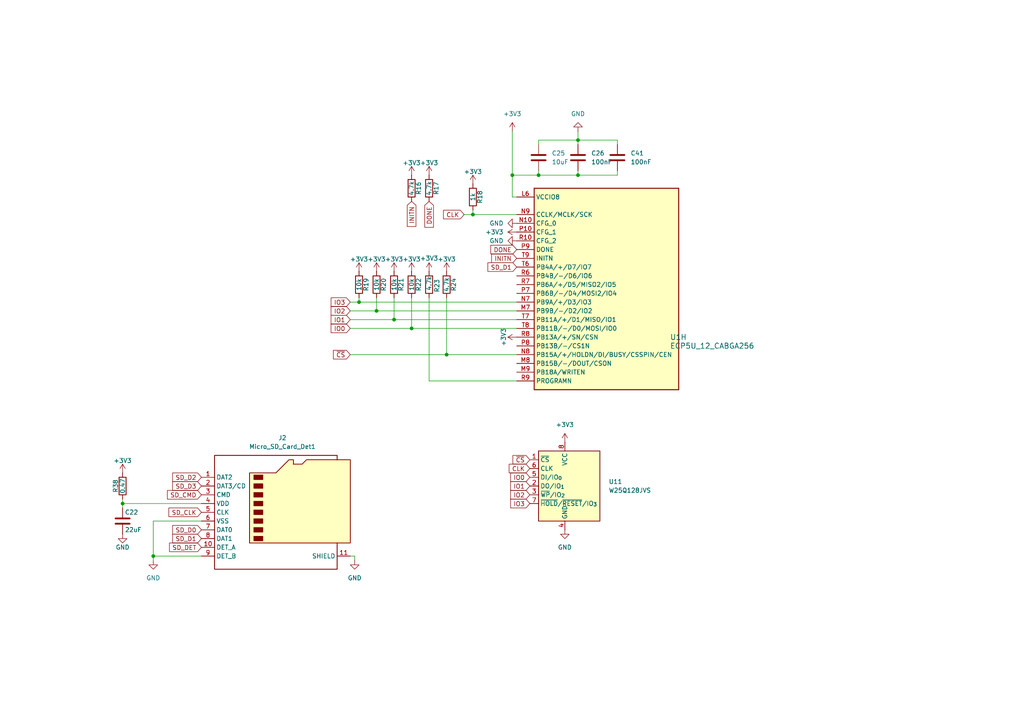
<source format=kicad_sch>
(kicad_sch (version 20250114) (generator "eeschema") (generator_version "9.0")
  (paper "A4")
  (lib_symbols
    (symbol "Connector:Micro_SD_Card_Det2"
      (property "Reference" "J" (at -16.51 17.78 0))
      (property "Value" "Micro_SD_Card_Det2" (at 16.51 17.78 0))
      (symbol "Micro_SD_Card_Det2_0_1"
        (polyline (pts (xy -8.89 -8.89) (xy -8.89 11.43) (xy -1.27 11.43) (xy 2.54 15.24) (xy 3.81 15.24) (xy 3.81 13.97) (xy 6.35 13.97) (xy 7.62 15.24) (xy 20.32 15.24) (xy 20.32 -8.89) (xy -8.89 -8.89)) (stroke (width 0.254)) (fill (type background)))
        (rectangle (start -7.62 10.795) (end -5.08 9.525) (stroke (width 0.254)) (fill (type outline)))
        (rectangle (start -7.62 8.255) (end -5.08 6.985) (stroke (width 0.254)) (fill (type outline)))
        (rectangle (start -7.62 5.715) (end -5.08 4.445) (stroke (width 0.254)) (fill (type outline)))
        (rectangle (start -7.62 3.175) (end -5.08 1.905) (stroke (width 0.254)) (fill (type outline)))
        (rectangle (start -7.62 0.635) (end -5.08 -0.635) (stroke (width 0.254)) (fill (type outline)))
        (rectangle (start -7.62 -1.905) (end -5.08 -3.175) (stroke (width 0.254)) (fill (type outline)))
        (rectangle (start -7.62 -4.445) (end -5.08 -5.715) (stroke (width 0.254)) (fill (type outline)))
        (rectangle (start -7.62 -6.985) (end -5.08 -8.255) (stroke (width 0.254)) (fill (type outline)))
        (polyline (pts (xy 16.51 15.24) (xy 16.51 16.51) (xy -19.05 16.51) (xy -19.05 -16.51) (xy 16.51 -16.51) (xy 16.51 -8.89)) (stroke (width 0.254)))
      )
      (symbol "Micro_SD_Card_Det2_1_1"
        (pin bidirectional line (at -22.86 10.16 0) (length 3.81) (name "DAT2") (number "1"))
        (pin bidirectional line (at -22.86 7.62 0) (length 3.81) (name "DAT3/CD") (number "2"))
        (pin input line (at -22.86 5.08 0) (length 3.81) (name "CMD") (number "3"))
        (pin power_in line (at -22.86 2.54 0) (length 3.81) (name "VDD") (number "4"))
        (pin input line (at -22.86 0 0) (length 3.81) (name "CLK") (number "5"))
        (pin power_in line (at -22.86 -2.54 0) (length 3.81) (name "VSS") (number "6"))
        (pin bidirectional line (at -22.86 -5.08 0) (length 3.81) (name "DAT0") (number "7"))
        (pin bidirectional line (at -22.86 -7.62 0) (length 3.81) (name "DAT1") (number "8"))
        (pin passive line (at -22.86 -10.16 0) (length 3.81) (name "DET_A") (number "10"))
        (pin passive line (at -22.86 -12.7 0) (length 3.81) (name "DET_B") (number "9"))
        (pin passive line (at 20.32 -12.7 180) (length 3.81) (name "SHIELD") (number "11"))
      )
    )
    (symbol "Device:C" (pin_numbers (hide yes)) (pin_names (offset 0.254))
      (property "Reference" "C" (at 0.635 2.54 0))
      (property "Value" "C" (at 0.635 -2.54 0))
      (symbol "C_0_1"
        (polyline (pts (xy -2.032 0.762) (xy 2.032 0.762)) (stroke (width 0.508)))
        (polyline (pts (xy -2.032 -0.762) (xy 2.032 -0.762)) (stroke (width 0.508)))
      )
      (symbol "C_1_1"
        (pin passive line (at 0 3.81 270) (length 2.794) (name "~") (number "1"))
        (pin passive line (at 0 -3.81 90) (length 2.794) (name "~") (number "2"))
      )
    )
    (symbol "Device:R" (pin_numbers (hide yes)) (pin_names (offset 0))
      (property "Reference" "R" (at 2.032 0 90))
      (property "Value" "R" (at 0 0 90))
      (symbol "R_0_1"
        (rectangle (start -1.016 -2.54) (end 1.016 2.54) (stroke (width 0.254)))
      )
      (symbol "R_1_1"
        (pin passive line (at 0 3.81 270) (length 1.27) (name "~") (number "1"))
        (pin passive line (at 0 -3.81 90) (length 1.27) (name "~") (number "2"))
      )
    )
    (symbol "ECP5U_12_CABGA256_4"
      (property "Reference" "U1" (at 22.86 -2.5399 0))
      (property "Value" "ECP5U_12_CABGA256" (at 22.86 -5.0799 0))
      (symbol "ECP5U_12_CABGA256_4_1_1"
        (rectangle (start -7.62 7.62) (end 6.35 -7.62) (stroke (width 0.001)) (fill (type background)))
        (pin power_in line (at -12.7 5.08 0) (length 5.08) (name "VCC[6]") (number "G6"))
        (pin power_in line (at -12.7 5.08 0) (length 5.08) (name "VCC[6]") (number "G7"))
        (pin power_in line (at -12.7 5.08 0) (length 5.08) (name "VCC[6]") (number "G9"))
        (pin power_in line (at -12.7 5.08 0) (length 5.08) (name "VCC[6]") (number "L10"))
        (pin power_in line (at -12.7 5.08 0) (length 5.08) (name "VCC[6]") (number "L8"))
        (pin power_in line (at -12.7 5.08 0) (length 5.08) (name "VCC[6]") (number "L9"))
        (pin power_in line (at -12.7 2.54 0) (length 5.08) (name "VCCAUX[2]") (number "G11"))
        (pin power_in line (at -12.7 2.54 0) (length 5.08) (name "VCCAUX[2]") (number "L7"))
        (pin power_in line (at -12.7 -5.08 0) (length 5.08) (name "GND[27]") (number "A1"))
        (pin power_in line (at -12.7 -5.08 0) (length 5.08) (name "GND[27]") (number "A16"))
        (pin power_in line (at -12.7 -5.08 0) (length 5.08) (name "GND[27]") (number "D15"))
        (pin power_in line (at -12.7 -5.08 0) (length 5.08) (name "GND[27]") (number "D2"))
        (pin power_in line (at -12.7 -5.08 0) (length 5.08) (name "GND[27]") (number "F8"))
        (pin power_in line (at -12.7 -5.08 0) (length 5.08) (name "GND[27]") (number "F9"))
        (pin power_in line (at -12.7 -5.08 0) (length 5.08) (name "GND[27]") (number "G10"))
        (pin power_in line (at -12.7 -5.08 0) (length 5.08) (name "GND[27]") (number "G8"))
        (pin power_in line (at -12.7 -5.08 0) (length 5.08) (name "GND[27]") (number "H1"))
        (pin power_in line (at -12.7 -5.08 0) (length 5.08) (name "GND[27]") (number "H10"))
        (pin power_in line (at -12.7 -5.08 0) (length 5.08) (name "GND[27]") (number "H16"))
        (pin power_in line (at -12.7 -5.08 0) (length 5.08) (name "GND[27]") (number "H8"))
        (pin power_in line (at -12.7 -5.08 0) (length 5.08) (name "GND[27]") (number "H9"))
        (pin power_in line (at -12.7 -5.08 0) (length 5.08) (name "GND[27]") (number "J10"))
        (pin power_in line (at -12.7 -5.08 0) (length 5.08) (name "GND[27]") (number "J8"))
        (pin power_in line (at -12.7 -5.08 0) (length 5.08) (name "GND[27]") (number "J9"))
        (pin power_in line (at -12.7 -5.08 0) (length 5.08) (name "GND[27]") (number "K10"))
        (pin power_in line (at -12.7 -5.08 0) (length 5.08) (name "GND[27]") (number "K6"))
        (pin power_in line (at -12.7 -5.08 0) (length 5.08) (name "GND[27]") (number "K7"))
        (pin power_in line (at -12.7 -5.08 0) (length 5.08) (name "GND[27]") (number "K8"))
        (pin power_in line (at -12.7 -5.08 0) (length 5.08) (name "GND[27]") (number "K9"))
        (pin power_in line (at -12.7 -5.08 0) (length 5.08) (name "GND[27]") (number "N15"))
        (pin power_in line (at -12.7 -5.08 0) (length 5.08) (name "GND[27]") (number "N2"))
        (pin power_in line (at -12.7 -5.08 0) (length 5.08) (name "GND[27]") (number "T1"))
        (pin power_in line (at -12.7 -5.08 0) (length 5.08) (name "GND[27]") (number "T12"))
        (pin power_in line (at -12.7 -5.08 0) (length 5.08) (name "GND[27]") (number "T16"))
        (pin power_in line (at -12.7 -5.08 0) (length 5.08) (name "GND[27]") (number "T5"))
      )
      (symbol "ECP5U_12_CABGA256_4_2_1"
        (rectangle (start -16.51 40.64) (end 8.89 -27.94) (stroke (width 0.305)) (fill (type background)))
        (pin power_in line (at -21.59 38.1 0) (length 5.08) (name "VCCIO0[2]") (number "F6"))
        (pin power_in line (at -21.59 38.1 0) (length 5.08) (name "VCCIO0[2]") (number "F7"))
        (pin bidirectional line (at -21.59 33.02 0) (length 5.08) (name "PT4A/+") (number "A2"))
        (pin bidirectional line (at -21.59 30.48 0) (length 5.08) (name "PT4B/-") (number "B3"))
        (pin bidirectional line (at -21.59 27.94 0) (length 5.08) (name "PT6A/+") (number "A3"))
        (pin bidirectional line (at -21.59 25.4 0) (length 5.08) (name "PT6B/-") (number "A4"))
        (pin bidirectional line (at -21.59 22.86 0) (length 5.08) (name "PT9A/+") (number "E4"))
        (pin bidirectional line (at -21.59 20.32 0) (length 5.08) (name "PT9B/-") (number "D4"))
        (pin bidirectional line (at -21.59 17.78 0) (length 5.08) (name "PT11A/+") (number "C4"))
        (pin bidirectional line (at -21.59 15.24 0) (length 5.08) (name "PT11B/-") (number "B4"))
        (pin bidirectional line (at -21.59 12.7 0) (length 5.08) (name "PT13A/+") (number "E5"))
        (pin bidirectional line (at -21.59 10.16 0) (length 5.08) (name "PT13B/-") (number "D5"))
        (pin bidirectional line (at -21.59 7.62 0) (length 5.08) (name "PT15A/+") (number "C5"))
        (pin bidirectional line (at -21.59 5.08 0) (length 5.08) (name "PT15B/-") (number "B5"))
        (pin bidirectional line (at -21.59 2.54 0) (length 5.08) (name "PT18A/+") (number "A5"))
        (pin bidirectional line (at -21.59 0 0) (length 5.08) (name "PT18B/-") (number "A6"))
        (pin bidirectional line (at -21.59 -2.54 0) (length 5.08) (name "PT20A/+") (number "E6"))
        (pin bidirectional line (at -21.59 -5.08 0) (length 5.08) (name "PT20B/-") (number "D6"))
        (pin bidirectional line (at -21.59 -7.62 0) (length 5.08) (name "PT22A/+") (number "C6"))
        (pin bidirectional line (at -21.59 -10.16 0) (length 5.08) (name "PT22B/-") (number "B6"))
        (pin bidirectional line (at -21.59 -12.7 0) (length 5.08) (name "PT24A/+/GR_PCLK0_1") (number "E7"))
        (pin bidirectional line (at -21.59 -15.24 0) (length 5.08) (name "PT24B/-/GR_PCLK0_0") (number "D7"))
        (pin bidirectional line (at -21.59 -17.78 0) (length 5.08) (name "PT27A/+/PCLKT0_1") (number "C7"))
        (pin bidirectional line (at -21.59 -20.32 0) (length 5.08) (name "PT27B/-/PCLKC0_1") (number "B7"))
        (pin bidirectional line (at -21.59 -22.86 0) (length 5.08) (name "PT29A/+/PCLKT0_0") (number "A7"))
        (pin bidirectional line (at -21.59 -25.4 0) (length 5.08) (name "PT29B/-/PCLKC0_0") (number "A8"))
      )
      (symbol "ECP5U_12_CABGA256_4_3_1"
        (rectangle (start -16.51 40.64) (end 8.89 -48.26) (stroke (width 0.305)) (fill (type background)))
        (pin power_in line (at -21.59 38.1 0) (length 5.08) (name "VCCIO1[2]") (number "F10"))
        (pin power_in line (at -21.59 38.1 0) (length 5.08) (name "VCCIO1[2]") (number "F11"))
        (pin bidirectional line (at -21.59 33.02 0) (length 5.08) (name "PT33A/+/PCLKT1_1") (number "E8"))
        (pin bidirectional line (at -21.59 30.48 0) (length 5.08) (name "PT33B/-/PCLKC1_1") (number "D8"))
        (pin bidirectional line (at -21.59 27.94 0) (length 5.08) (name "PT35A/+/PCLKT1_0") (number "C8"))
        (pin bidirectional line (at -21.59 25.4 0) (length 5.08) (name "PT35B/-/PCLKC1_0") (number "B8"))
        (pin bidirectional line (at -21.59 22.86 0) (length 5.08) (name "PT38A/+/GR_PCLK1_0") (number "B9"))
        (pin bidirectional line (at -21.59 20.32 0) (length 5.08) (name "PT38B/-/GR_PCLK1_1") (number "C9"))
        (pin bidirectional line (at -21.59 17.78 0) (length 5.08) (name "PT40A/+") (number "D9"))
        (pin bidirectional line (at -21.59 15.24 0) (length 5.08) (name "PT40B/-") (number "E9"))
        (pin bidirectional line (at -21.59 12.7 0) (length 5.08) (name "PT42A/+") (number "A9"))
        (pin bidirectional line (at -21.59 10.16 0) (length 5.08) (name "PT42B/-") (number "A10"))
        (pin bidirectional line (at -21.59 7.62 0) (length 5.08) (name "PT44A/+") (number "B10"))
        (pin bidirectional line (at -21.59 5.08 0) (length 5.08) (name "PT44B/-") (number "C10"))
        (pin bidirectional line (at -21.59 2.54 0) (length 5.08) (name "PT47A/+") (number "D10"))
        (pin bidirectional line (at -21.59 0 0) (length 5.08) (name "PT47B/-") (number "E10"))
        (pin bidirectional line (at -21.59 -2.54 0) (length 5.08) (name "PT49A/+") (number "B11"))
        (pin bidirectional line (at -21.59 -5.08 0) (length 5.08) (name "PT49B/-") (number "C11"))
        (pin bidirectional line (at -21.59 -7.62 0) (length 5.08) (name "PT51A/+") (number "D11"))
        (pin bidirectional line (at -21.59 -10.16 0) (length 5.08) (name "PT51B/-") (number "E11"))
        (pin bidirectional line (at -21.59 -12.7 0) (length 5.08) (name "PT53A/+") (number "A11"))
        (pin bidirectional line (at -21.59 -15.24 0) (length 5.08) (name "PT53B/-") (number "A12"))
        (pin bidirectional line (at -21.59 -17.78 0) (length 5.08) (name "PT56A/+") (number "B12"))
        (pin bidirectional line (at -21.59 -20.32 0) (length 5.08) (name "PT56B/-") (number "C12"))
        (pin bidirectional line (at -21.59 -22.86 0) (length 5.08) (name "PT58A/+") (number "D12"))
        (pin bidirectional line (at -21.59 -25.4 0) (length 5.08) (name "PT58B/-") (number "E12"))
        (pin bidirectional line (at -21.59 -27.94 0) (length 5.08) (name "PT60A/+") (number "B13"))
        (pin bidirectional line (at -21.59 -30.48 0) (length 5.08) (name "PT60B/-") (number "C13"))
        (pin bidirectional line (at -21.59 -33.02 0) (length 5.08) (name "PT62A/+") (number "D13"))
        (pin bidirectional line (at -21.59 -35.56 0) (length 5.08) (name "PT62B/-") (number "E13"))
        (pin bidirectional line (at -21.59 -38.1 0) (length 5.08) (name "PT65A/+") (number "A13"))
        (pin bidirectional line (at -21.59 -40.64 0) (length 5.08) (name "PT65B/-") (number "A14"))
        (pin bidirectional line (at -21.59 -43.18 0) (length 5.08) (name "PT67A/+") (number "B14"))
        (pin bidirectional line (at -21.59 -45.72 0) (length 5.08) (name "PT67B/-") (number "A15"))
      )
      (symbol "ECP5U_12_CABGA256_4_4_1"
        (rectangle (start -16.51 40.64) (end 21.59 -48.26) (stroke (width 0.305)) (fill (type background)))
        (pin power_in line (at -21.59 38.1 0) (length 5.08) (name "VCCIO2[2]") (number "H11"))
        (pin power_in line (at -21.59 38.1 0) (length 5.08) (name "VCCIO2[2]") (number "J11"))
        (pin bidirectional line (at -21.59 33.02 0) (length 5.08) (name "PR2A/+/HS/RDQ8") (number "B16"))
        (pin bidirectional line (at -21.59 30.48 0) (length 5.08) (name "PR2B/-/S0_IN/HS/RDQ8") (number "B15"))
        (pin bidirectional line (at -21.59 27.94 0) (length 5.08) (name "PR2C/+/RDQ8") (number "C14"))
        (pin bidirectional line (at -21.59 25.4 0) (length 5.08) (name "PR2D/-/RDQ8") (number "D14"))
        (pin bidirectional line (at -21.59 22.86 0) (length 5.08) (name "PR5A/+/HS/RDQ8") (number "C16"))
        (pin bidirectional line (at -21.59 20.32 0) (length 5.08) (name "PR5B/-/HS/RDQ8") (number "C15"))
        (pin bidirectional line (at -21.59 17.78 0) (length 5.08) (name "PR5C/+/RDQ8") (number "E14"))
        (pin bidirectional line (at -21.59 15.24 0) (length 5.08) (name "PR5D/-/RDQ8") (number "F14"))
        (pin bidirectional line (at -21.59 12.7 0) (length 5.08) (name "PR8A/+/HS/RDQS8") (number "D16"))
        (pin bidirectional line (at -21.59 10.16 0) (length 5.08) (name "PR8B/-/HS/RDQSN8") (number "E15"))
        (pin bidirectional line (at -21.59 7.62 0) (length 5.08) (name "PR8C/+/RDQ8") (number "F13"))
        (pin bidirectional line (at -21.59 5.08 0) (length 5.08) (name "PR8D/-/RDQ8") (number "F12"))
        (pin bidirectional line (at -21.59 2.54 0) (length 5.08) (name "PR11A/+/HS/RDQ8") (number "G12"))
        (pin bidirectional line (at -21.59 0 0) (length 5.08) (name "PR11B/-/HS/RDQ8") (number "G13"))
        (pin bidirectional line (at -21.59 -2.54 0) (length 5.08) (name "PR11C/+/RDQ8") (number "F15"))
        (pin bidirectional line (at -21.59 -5.08 0) (length 5.08) (name "PR11D/-/RDQ8") (number "E16"))
        (pin bidirectional line (at -21.59 -7.62 0) (length 5.08) (name "PR14A/+/HS/RDQ20") (number "F16"))
        (pin bidirectional line (at -21.59 -10.16 0) (length 5.08) (name "PR14B/-/HS/RDQ20") (number "G15"))
        (pin bidirectional line (at -21.59 -12.7 0) (length 5.08) (name "PR14C/+/VREF1_2/RDQ20") (number "G14"))
        (pin bidirectional line (at -21.59 -15.24 0) (length 5.08) (name "PR14D/-/RDQ20") (number "H14"))
        (pin bidirectional line (at -21.59 -17.78 0) (length 5.08) (name "PR17A/+/HS/RDQ20") (number "H12"))
        (pin bidirectional line (at -21.59 -20.32 0) (length 5.08) (name "PR17B/-/HS/RDQ20") (number "H13"))
        (pin bidirectional line (at -21.59 -22.86 0) (length 5.08) (name "PR17C/+/RDQ20") (number "J13"))
        (pin bidirectional line (at -21.59 -25.4 0) (length 5.08) (name "PR17D/-/RDQ20") (number "J12"))
        (pin bidirectional line (at -21.59 -27.94 0) (length 5.08) (name "PR20A/+/GR_PCLK2_1/HS/RDQS20") (number "G16"))
        (pin bidirectional line (at -21.59 -30.48 0) (length 5.08) (name "PR20B/-/HS/RDQSN20") (number "H15"))
        (pin bidirectional line (at -21.59 -33.02 0) (length 5.08) (name "PR20C/+/GR_PCLK2_0/RDQ20") (number "J14"))
        (pin bidirectional line (at -21.59 -35.56 0) (length 5.08) (name "PR20D/-/RDQ20") (number "K14"))
        (pin bidirectional line (at -21.59 -38.1 0) (length 5.08) (name "PR23A/+/PCLKT2_1/HS/RDQ20") (number "J16"))
        (pin bidirectional line (at -21.59 -40.64 0) (length 5.08) (name "PR23B/-/PCLKC2_1/HS/RDQ20") (number "J15"))
        (pin bidirectional line (at -21.59 -43.18 0) (length 5.08) (name "PR23C/+/PCLKT2_0/RDQ20") (number "K16"))
        (pin bidirectional line (at -21.59 -45.72 0) (length 5.08) (name "PR23D/-/PCLKC2_0/RDQ20") (number "K15"))
      )
      (symbol "ECP5U_12_CABGA256_4_5_1"
        (rectangle (start -16.51 40.64) (end 19.05 -48.26) (stroke (width 0.305)) (fill (type background)))
        (pin power_in line (at -21.59 38.1 0) (length 5.08) (name "VCCIO3[2]") (number "K11"))
        (pin power_in line (at -21.59 38.1 0) (length 5.08) (name "VCCIO3[2]") (number "L11"))
        (pin bidirectional line (at -21.59 33.02 0) (length 5.08) (name "PR26A/+/PCLKT3_1/HS/RDQ32") (number "L16"))
        (pin bidirectional line (at -21.59 30.48 0) (length 5.08) (name "PR26B/-/PCLKC3_1/HS/RDQ32") (number "L15"))
        (pin bidirectional line (at -21.59 27.94 0) (length 5.08) (name "PR26C/+/PCLKT3_0/RDQ32") (number "M16"))
        (pin bidirectional line (at -21.59 25.4 0) (length 5.08) (name "PR26D/-/PCLKC3_0/RDQ32") (number "M15"))
        (pin bidirectional line (at -21.59 22.86 0) (length 5.08) (name "PR29A/+/GR_PCLK3_0/HS/RDQ32") (number "K13"))
        (pin bidirectional line (at -21.59 20.32 0) (length 5.08) (name "PR29B/-/HS/RDQ32") (number "K12"))
        (pin bidirectional line (at -21.59 17.78 0) (length 5.08) (name "PR29C/+/GR_PCLK3_1/RDQ32") (number "L13"))
        (pin bidirectional line (at -21.59 15.24 0) (length 5.08) (name "PR29D/-/RDQ32") (number "L12"))
        (pin bidirectional line (at -21.59 12.7 0) (length 5.08) (name "PR32A/+/HS/RDQS32") (number "N16"))
        (pin bidirectional line (at -21.59 10.16 0) (length 5.08) (name "PR32B/-/HS/RDQSN32") (number "P15"))
        (pin bidirectional line (at -21.59 7.62 0) (length 5.08) (name "PR32C/+/RDQ32") (number "L14"))
        (pin bidirectional line (at -21.59 5.08 0) (length 5.08) (name "PR32D/-/RDQ32") (number "M14"))
        (pin bidirectional line (at -21.59 2.54 0) (length 5.08) (name "PR35A/+/HS/RDQ32") (number "P16"))
        (pin bidirectional line (at -21.59 0 0) (length 5.08) (name "PR35B/-/VREF1_3/HS/RDQ32") (number "R16"))
        (pin bidirectional line (at -21.59 -2.54 0) (length 5.08) (name "PR35C/+/RDQ32") (number "M13"))
        (pin bidirectional line (at -21.59 -5.08 0) (length 5.08) (name "PR35D/-/RDQ32") (number "N14"))
        (pin bidirectional line (at -21.59 -7.62 0) (length 5.08) (name "PR38A/+/HS/RDQ44") (number "N13"))
        (pin bidirectional line (at -21.59 -10.16 0) (length 5.08) (name "PR38B/-/HS/RDQ44") (number "P14"))
        (pin bidirectional line (at -21.59 -12.7 0) (length 5.08) (name "PR38C/+/RDQ44") (number "R15"))
        (pin bidirectional line (at -21.59 -15.24 0) (length 5.08) (name "PR38D/-/RDQ44") (number "T15"))
        (pin bidirectional line (at -21.59 -17.78 0) (length 5.08) (name "PR41A/+/HS/RDQ44") (number "P13"))
        (pin bidirectional line (at -21.59 -20.32 0) (length 5.08) (name "PR41B/-/HS/RDQ44") (number "R14"))
        (pin bidirectional line (at -21.59 -22.86 0) (length 5.08) (name "PR41C/+/RDQ44") (number "R13"))
        (pin bidirectional line (at -21.59 -25.4 0) (length 5.08) (name "PR41D/-/RDQ44") (number "T14"))
        (pin bidirectional line (at -21.59 -27.94 0) (length 5.08) (name "PR44A/+/HS/RDQS44") (number "R12"))
        (pin bidirectional line (at -21.59 -30.48 0) (length 5.08) (name "PR44B/-/HS/RDQSN44") (number "T13"))
        (pin bidirectional line (at -21.59 -33.02 0) (length 5.08) (name "PR44C/+/RDQ44") (number "M12"))
        (pin bidirectional line (at -21.59 -35.56 0) (length 5.08) (name "PR44D/-/RDQ44") (number "N12"))
        (pin bidirectional line (at -21.59 -38.1 0) (length 5.08) (name "PR47A/+/HS/RDQ44") (number "M11"))
        (pin bidirectional line (at -21.59 -40.64 0) (length 5.08) (name "PR47B/-/HS/RDQ44") (number "N11"))
        (pin bidirectional line (at -21.59 -43.18 0) (length 5.08) (name "PR47C/+/LRC_GPLL0T_IN/RDQ44") (number "P11"))
        (pin bidirectional line (at -21.59 -45.72 0) (length 5.08) (name "PR47D/-/LRC_GPLL0C_IN/RDQ44") (number "P12"))
      )
      (symbol "ECP5U_12_CABGA256_4_6_1"
        (rectangle (start -16.51 40.64) (end 19.05 -48.26) (stroke (width 0.305)) (fill (type background)))
        (pin power_in line (at -21.59 38.1 0) (length 5.08) (name "VCCIO6[2]") (number "J6"))
        (pin power_in line (at -21.59 38.1 0) (length 5.08) (name "VCCIO6[2]") (number "J7"))
        (pin bidirectional line (at -21.59 33.02 0) (length 5.08) (name "PL26A/+/PCLKT6_1/HS/LDQ32") (number "L1"))
        (pin bidirectional line (at -21.59 30.48 0) (length 5.08) (name "PL26B/-/PCLKC6_1/HS/LDQ32") (number "L2"))
        (pin bidirectional line (at -21.59 27.94 0) (length 5.08) (name "PL26C/+/PCLKT6_0/LDQ32") (number "M1"))
        (pin bidirectional line (at -21.59 25.4 0) (length 5.08) (name "PL26D/-/PCLKC6_0/LDQ32") (number "M2"))
        (pin bidirectional line (at -21.59 22.86 0) (length 5.08) (name "PL29A/+/GR_PCLK6_0/HS/LDQ32") (number "K4"))
        (pin bidirectional line (at -21.59 20.32 0) (length 5.08) (name "PL29B/-/HS/LDQ32") (number "K5"))
        (pin bidirectional line (at -21.59 17.78 0) (length 5.08) (name "PL29C/+/GR_PCLK6_1/LDQ32") (number "L4"))
        (pin bidirectional line (at -21.59 15.24 0) (length 5.08) (name "PL29D/-/LDQ32") (number "L5"))
        (pin bidirectional line (at -21.59 12.7 0) (length 5.08) (name "PL32A/+/HS/LDQS32") (number "N1"))
        (pin bidirectional line (at -21.59 10.16 0) (length 5.08) (name "PL32B/-/HS/LDQSN32") (number "P2"))
        (pin bidirectional line (at -21.59 7.62 0) (length 5.08) (name "PL32C/+/LDQ32") (number "L3"))
        (pin bidirectional line (at -21.59 5.08 0) (length 5.08) (name "PL32D/-/LDQ32") (number "M3"))
        (pin bidirectional line (at -21.59 2.54 0) (length 5.08) (name "PL35A/+/HS/LDQ32") (number "P1"))
        (pin bidirectional line (at -21.59 0 0) (length 5.08) (name "PL35B/-/VREF1_6/HS/LDQ32") (number "R1"))
        (pin bidirectional line (at -21.59 -2.54 0) (length 5.08) (name "PL35C/+/LDQ32") (number "M4"))
        (pin bidirectional line (at -21.59 -5.08 0) (length 5.08) (name "PL35D/-/LDQ32") (number "N3"))
        (pin bidirectional line (at -21.59 -7.62 0) (length 5.08) (name "PL38A/+/HS/LDQ44") (number "N4"))
        (pin bidirectional line (at -21.59 -10.16 0) (length 5.08) (name "PL38B/-/HS/LDQ44") (number "P3"))
        (pin bidirectional line (at -21.59 -12.7 0) (length 5.08) (name "PL38C/+/LDQ44") (number "R2"))
        (pin bidirectional line (at -21.59 -15.24 0) (length 5.08) (name "PL38D/-/LDQ44") (number "T2"))
        (pin bidirectional line (at -21.59 -17.78 0) (length 5.08) (name "PL41A/+/HS/LDQ44") (number "P4"))
        (pin bidirectional line (at -21.59 -20.32 0) (length 5.08) (name "PL41B/-/HS/LDQ44") (number "R3"))
        (pin bidirectional line (at -21.59 -22.86 0) (length 5.08) (name "PL41C/+/LDQ44") (number "R4"))
        (pin bidirectional line (at -21.59 -25.4 0) (length 5.08) (name "PL41D/-/LDQ44") (number "T3"))
        (pin bidirectional line (at -21.59 -27.94 0) (length 5.08) (name "PL44A/+/HS/LDQS44") (number "R5"))
        (pin bidirectional line (at -21.59 -30.48 0) (length 5.08) (name "PL44B/-/HS/LDQSN44") (number "T4"))
        (pin bidirectional line (at -21.59 -33.02 0) (length 5.08) (name "PL44C/+/LDQ44") (number "M5"))
        (pin bidirectional line (at -21.59 -35.56 0) (length 5.08) (name "PL44D/-/LDQ44") (number "N5"))
        (pin bidirectional line (at -21.59 -38.1 0) (length 5.08) (name "PL47A/+/HS/LDQ44") (number "M6"))
        (pin bidirectional line (at -21.59 -40.64 0) (length 5.08) (name "PL47B/-/HS/LDQ44") (number "N6"))
        (pin bidirectional line (at -21.59 -43.18 0) (length 5.08) (name "PL47C/+/LLC_GPLL0T_IN/LDQ44") (number "P6"))
        (pin bidirectional line (at -21.59 -45.72 0) (length 5.08) (name "PL47D/-/LLC_GPLL0C_IN/LDQ44") (number "P5"))
      )
      (symbol "ECP5U_12_CABGA256_4_7_1"
        (rectangle (start -16.51 40.64) (end 20.32 -46.99) (stroke (width 0.305)) (fill (type background)))
        (pin power_in line (at -21.59 38.1 0) (length 5.08) (name "VCCIO7[2]") (number "H6"))
        (pin power_in line (at -21.59 38.1 0) (length 5.08) (name "VCCIO7[2]") (number "H7"))
        (pin bidirectional line (at -21.59 34.29 0) (length 5.08) (name "PL2A/+/HS/LDQ8") (number "B1"))
        (pin bidirectional line (at -21.59 31.75 0) (length 5.08) (name "PL2B/-/HS/LDQ8") (number "B2"))
        (pin bidirectional line (at -21.59 29.21 0) (length 5.08) (name "PL2C/+/LDQ8") (number "C3"))
        (pin bidirectional line (at -21.59 26.67 0) (length 5.08) (name "PL2D/-/LDQ8") (number "D3"))
        (pin bidirectional line (at -21.59 24.13 0) (length 5.08) (name "PL5A/+/HS/LDQ8") (number "C1"))
        (pin bidirectional line (at -21.59 21.59 0) (length 5.08) (name "PL5B/-/HS/LDQ8") (number "C2"))
        (pin bidirectional line (at -21.59 19.05 0) (length 5.08) (name "PL5C/+/LDQ8") (number "E3"))
        (pin bidirectional line (at -21.59 16.51 0) (length 5.08) (name "PL5D/-/LDQ8") (number "F3"))
        (pin bidirectional line (at -21.59 13.97 0) (length 5.08) (name "PL8A/+/HS/LDQS8") (number "D1"))
        (pin bidirectional line (at -21.59 11.43 0) (length 5.08) (name "PL8B/-/HS/LDQSN8") (number "E2"))
        (pin bidirectional line (at -21.59 8.89 0) (length 5.08) (name "PL8C/+/LDQ8") (number "F4"))
        (pin bidirectional line (at -21.59 6.35 0) (length 5.08) (name "PL8D/-/LDQ8") (number "F5"))
        (pin bidirectional line (at -21.59 3.81 0) (length 5.08) (name "PL11A/+/HS/LDQ8") (number "G5"))
        (pin bidirectional line (at -21.59 1.27 0) (length 5.08) (name "PL11B/-/HS/LDQ8") (number "G4"))
        (pin bidirectional line (at -21.59 -1.27 0) (length 5.08) (name "PL11C/+/LDQ8") (number "F2"))
        (pin bidirectional line (at -21.59 -3.81 0) (length 5.08) (name "PL11D/-/LDQ8") (number "E1"))
        (pin bidirectional line (at -21.59 -6.35 0) (length 5.08) (name "PL14A/+/HS/LDQ20") (number "F1"))
        (pin bidirectional line (at -21.59 -8.89 0) (length 5.08) (name "PL14B/-/HS/LDQ20") (number "G2"))
        (pin bidirectional line (at -21.59 -11.43 0) (length 5.08) (name "PL14C/+/VREF1_7/LDQ20") (number "G3"))
        (pin bidirectional line (at -21.59 -13.97 0) (length 5.08) (name "PL14D/-/LDQ20") (number "H3"))
        (pin bidirectional line (at -21.59 -16.51 0) (length 5.08) (name "PL17A/+/HS/LDQ20") (number "H5"))
        (pin bidirectional line (at -21.59 -19.05 0) (length 5.08) (name "PL17B/-/HS/LDQ20") (number "H4"))
        (pin bidirectional line (at -21.59 -21.59 0) (length 5.08) (name "PL17C/+/LDQ20") (number "J4"))
        (pin bidirectional line (at -21.59 -24.13 0) (length 5.08) (name "PL17D/-/LDQ20") (number "J5"))
        (pin bidirectional line (at -21.59 -26.67 0) (length 5.08) (name "PL20A/+/GR_PCLK7_1/HS/LDQS20") (number "G1"))
        (pin bidirectional line (at -21.59 -29.21 0) (length 5.08) (name "PL20B/-/HS/LDQSN20") (number "H2"))
        (pin bidirectional line (at -21.59 -31.75 0) (length 5.08) (name "PL20C/+/GR_PCLK7_0/LDQ20") (number "J3"))
        (pin bidirectional line (at -21.59 -34.29 0) (length 5.08) (name "PL20D/-/LDQ20") (number "K3"))
        (pin bidirectional line (at -21.59 -36.83 0) (length 5.08) (name "PL23A/+/PCLKT7_1/HS/LDQ20") (number "J1"))
        (pin bidirectional line (at -21.59 -39.37 0) (length 5.08) (name "PL23B/-/PCLKC7_1/HS/LDQ20") (number "J2"))
        (pin bidirectional line (at -21.59 -41.91 0) (length 5.08) (name "PL23C/+/PCLKT7_0/LDQ20") (number "K1"))
        (pin bidirectional line (at -21.59 -44.45 0) (length 5.08) (name "PL23D/-/PCLKC7_0/LDQ20") (number "K2"))
      )
      (symbol "ECP5U_12_CABGA256_4_8_1"
        (rectangle (start -16.51 40.64) (end 25.4 -17.78) (stroke (width 0.305)) (fill (type background)))
        (pin power_in line (at -21.59 38.1 0) (length 5.08) (name "VCCIO8") (number "L6"))
        (pin bidirectional line (at -21.59 33.02 0) (length 5.08) (name "CCLK/MCLK/SCK") (number "N9"))
        (pin bidirectional line (at -21.59 30.48 0) (length 5.08) (name "CFG_0") (number "N10"))
        (pin bidirectional line (at -21.59 27.94 0) (length 5.08) (name "CFG_1") (number "P10"))
        (pin bidirectional line (at -21.59 25.4 0) (length 5.08) (name "CFG_2") (number "R10"))
        (pin bidirectional line (at -21.59 22.86 0) (length 5.08) (name "DONE") (number "P9"))
        (pin bidirectional line (at -21.59 20.32 0) (length 5.08) (name "INITN") (number "T9"))
        (pin bidirectional line (at -21.59 17.78 0) (length 5.08) (name "PB4A/+/D7/IO7") (number "T6"))
        (pin bidirectional line (at -21.59 15.24 0) (length 5.08) (name "PB4B/-/D6/IO6") (number "R6"))
        (pin bidirectional line (at -21.59 12.7 0) (length 5.08) (name "PB6A/+/D5/MISO2/IO5") (number "R7"))
        (pin bidirectional line (at -21.59 10.16 0) (length 5.08) (name "PB6B/-/D4/MOSI2/IO4") (number "P7"))
        (pin bidirectional line (at -21.59 7.62 0) (length 5.08) (name "PB9A/+/D3/IO3") (number "N7"))
        (pin bidirectional line (at -21.59 5.08 0) (length 5.08) (name "PB9B/-/D2/IO2") (number "M7"))
        (pin bidirectional line (at -21.59 2.54 0) (length 5.08) (name "PB11A/+/D1/MISO/IO1") (number "T7"))
        (pin bidirectional line (at -21.59 0 0) (length 5.08) (name "PB11B/-/D0/MOSI/IO0") (number "T8"))
        (pin bidirectional line (at -21.59 -2.54 0) (length 5.08) (name "PB13A/+/SN/CSN") (number "R8"))
        (pin bidirectional line (at -21.59 -5.08 0) (length 5.08) (name "PB13B/-/CS1N") (number "P8"))
        (pin bidirectional line (at -21.59 -7.62 0) (length 5.08) (name "PB15A/+/HOLDN/DI/BUSY/CSSPIN/CEN") (number "N8"))
        (pin bidirectional line (at -21.59 -10.16 0) (length 5.08) (name "PB15B/-/DOUT/CSON") (number "M8"))
        (pin bidirectional line (at -21.59 -12.7 0) (length 5.08) (name "PB18A/WRITEN") (number "M9"))
        (pin bidirectional line (at -21.59 -15.24 0) (length 5.08) (name "PROGRAMN") (number "R9"))
      )
      (symbol "ECP5U_12_CABGA256_4_9_1"
        (rectangle (start -2.54 6.35) (end 5.08 -6.35) (stroke (width 0.305)) (fill (type background)))
        (pin bidirectional line (at -7.62 3.81 0) (length 5.08) (name "TCK") (number "T10"))
        (pin bidirectional line (at -7.62 1.27 0) (length 5.08) (name "TDI") (number "R11"))
        (pin bidirectional line (at -7.62 -1.27 0) (length 5.08) (name "TDO") (number "M10"))
        (pin bidirectional line (at -7.62 -3.81 0) (length 5.08) (name "TMS") (number "T11"))
      )
    )
    (symbol "Memory_Flash:W25Q128JVS"
      (property "Reference" "U" (at -6.35 11.43 0))
      (property "Value" "W25Q128JVS" (at 7.62 11.43 0))
      (symbol "W25Q128JVS_0_1"
        (rectangle (start -7.62 10.16) (end 10.16 -10.16) (stroke (width 0.254)) (fill (type background)))
      )
      (symbol "W25Q128JVS_1_1"
        (pin input line (at -10.16 7.62 0) (length 2.54) (name "~{CS}") (number "1"))
        (pin input line (at -10.16 5.08 0) (length 2.54) (name "CLK") (number "6"))
        (pin bidirectional line (at -10.16 2.54 0) (length 2.54) (name "DI/IO_{0}") (number "5"))
        (pin bidirectional line (at -10.16 0 0) (length 2.54) (name "DO/IO_{1}") (number "2"))
        (pin bidirectional line (at -10.16 -2.54 0) (length 2.54) (name "~{WP}/IO_{2}") (number "3"))
        (pin bidirectional line (at -10.16 -5.08 0) (length 2.54) (name "~{HOLD}/~{RESET}/IO_{3}") (number "7"))
        (pin power_in line (at 0 12.7 270) (length 2.54) (name "VCC") (number "8"))
        (pin power_in line (at 0 -12.7 90) (length 2.54) (name "GND") (number "4"))
      )
    )
    (symbol "power:+3V3" (power) (pin_numbers (hide yes)) (pin_names (offset 0) (hide yes))
      (property "Value" "+3V3" (at 0 3.556 0))
      (symbol "+3V3_0_1"
        (polyline (pts (xy -0.762 1.27) (xy 0 2.54)))
        (polyline (pts (xy 0 2.54) (xy 0.762 1.27)))
        (polyline (pts (xy 0 0) (xy 0 2.54)))
      )
      (symbol "+3V3_1_1"
        (pin power_in line (at 0 0 90) (length 0) (name "~") (number "1"))
      )
    )
    (symbol "power:GND" (power) (pin_numbers (hide yes)) (pin_names (offset 0) (hide yes))
      (property "Value" "GND" (at 0 -3.81 0))
      (symbol "GND_0_1"
        (polyline (pts (xy 0 0) (xy 0 -1.27) (xy 1.27 -1.27) (xy 0 -2.54) (xy -1.27 -1.27) (xy 0 -1.27)))
      )
      (symbol "GND_1_1"
        (pin power_in line (at 0 0 270) (length 0) (name "~") (number "1"))
      )
    )
  )
  (junction (at 129.54 102.87))
  (junction (at 114.3 92.71))
  (junction (at 44.45 161.29))
  (junction (at 35.56 146.05))
  (junction (at 109.22 90.17))
  (junction (at 156.21 50.8))
  (junction (at 104.14 87.63))
  (junction (at 167.64 40.64))
  (junction (at 167.64 50.8))
  (junction (at 148.59 50.8))
  (junction (at 119.38 95.25))
  (junction (at 137.16 62.23))
  (wire (pts (xy 124.46 86.36) (xy 124.46 110.49)))
  (wire (pts (xy 167.64 50.8) (xy 179.07 50.8)))
  (wire (pts (xy 137.16 60.96) (xy 137.16 62.23)))
  (wire (pts (xy 102.87 161.29) (xy 101.6 161.29)))
  (wire (pts (xy 167.64 50.8) (xy 167.64 49.53)))
  (wire (pts (xy 114.3 92.71) (xy 114.3 86.36)))
  (wire (pts (xy 35.56 146.05) (xy 58.42 146.05)))
  (wire (pts (xy 101.6 92.71) (xy 114.3 92.71)))
  (wire (pts (xy 156.21 40.64) (xy 167.64 40.64)))
  (wire (pts (xy 148.59 38.1) (xy 148.59 50.8)))
  (wire (pts (xy 101.6 87.63) (xy 104.14 87.63)))
  (wire (pts (xy 44.45 151.13) (xy 44.45 161.29)))
  (wire (pts (xy 156.21 50.8) (xy 156.21 49.53)))
  (wire (pts (xy 179.07 50.8) (xy 179.07 49.53)))
  (wire (pts (xy 35.56 144.78) (xy 35.56 146.05)))
  (wire (pts (xy 104.14 87.63) (xy 104.14 86.36)))
  (wire (pts (xy 101.6 90.17) (xy 109.22 90.17)))
  (wire (pts (xy 119.38 86.36) (xy 119.38 95.25)))
  (wire (pts (xy 148.59 50.8) (xy 148.59 57.15)))
  (wire (pts (xy 134.62 62.23) (xy 137.16 62.23)))
  (wire (pts (xy 101.6 95.25) (xy 119.38 95.25)))
  (wire (pts (xy 119.38 95.25) (xy 149.86 95.25)))
  (wire (pts (xy 129.54 86.36) (xy 129.54 102.87)))
  (wire (pts (xy 167.64 40.64) (xy 179.07 40.64)))
  (wire (pts (xy 137.16 62.23) (xy 149.86 62.23)))
  (wire (pts (xy 167.64 40.64) (xy 167.64 41.91)))
  (wire (pts (xy 129.54 102.87) (xy 149.86 102.87)))
  (wire (pts (xy 114.3 92.71) (xy 149.86 92.71)))
  (wire (pts (xy 58.42 151.13) (xy 44.45 151.13)))
  (wire (pts (xy 44.45 161.29) (xy 44.45 162.56)))
  (wire (pts (xy 167.64 38.1) (xy 167.64 40.64)))
  (wire (pts (xy 148.59 57.15) (xy 149.86 57.15)))
  (wire (pts (xy 44.45 161.29) (xy 58.42 161.29)))
  (wire (pts (xy 156.21 40.64) (xy 156.21 41.91)))
  (wire (pts (xy 102.87 162.56) (xy 102.87 161.29)))
  (wire (pts (xy 179.07 40.64) (xy 179.07 41.91)))
  (wire (pts (xy 101.6 102.87) (xy 129.54 102.87)))
  (wire (pts (xy 156.21 50.8) (xy 167.64 50.8)))
  (wire (pts (xy 104.14 87.63) (xy 149.86 87.63)))
  (wire (pts (xy 35.56 146.05) (xy 35.56 147.32)))
  (wire (pts (xy 109.22 86.36) (xy 109.22 90.17)))
  (wire (pts (xy 109.22 90.17) (xy 149.86 90.17)))
  (wire (pts (xy 124.46 110.49) (xy 149.86 110.49)))
  (wire (pts (xy 148.59 50.8) (xy 156.21 50.8)))
  (global_label "IO3" (shape input) (at 101.6 87.63 180) (property "Intersheetrefs" "${INTERSHEET_REFS}" (effects (hide yes))))
  (global_label "IO3" (shape input) (at 153.67 146.05 180) (property "Intersheetrefs" "${INTERSHEET_REFS}" (effects (hide yes))))
  (global_label "CLK" (shape input) (at 153.67 135.89 180) (property "Intersheetrefs" "${INTERSHEET_REFS}" (effects (hide yes))))
  (global_label "~{CS}" (shape input) (at 101.6 102.87 180) (property "Intersheetrefs" "${INTERSHEET_REFS}" (effects (hide yes))))
  (global_label "IO1" (shape input) (at 101.6 92.71 180) (property "Intersheetrefs" "${INTERSHEET_REFS}" (effects (hide yes))))
  (global_label "INITN" (shape input) (at 149.86 74.93 180) (property "Intersheetrefs" "${INTERSHEET_REFS}" (effects (hide yes))))
  (global_label "IO2" (shape input) (at 153.67 143.51 180) (property "Intersheetrefs" "${INTERSHEET_REFS}" (effects (hide yes))))
  (global_label "INITN" (shape input) (at 119.38 58.42 270) (property "Intersheetrefs" "${INTERSHEET_REFS}" (effects (hide yes))))
  (global_label "SD_D2" (shape input) (at 58.42 138.43 180) (property "Intersheetrefs" "${INTERSHEET_REFS}" (effects (hide yes))))
  (global_label "SD_D1" (shape input) (at 58.42 156.21 180) (property "Intersheetrefs" "${INTERSHEET_REFS}" (effects (hide yes))))
  (global_label "~{CS}" (shape input) (at 153.67 133.35 180) (property "Intersheetrefs" "${INTERSHEET_REFS}" (effects (hide yes))))
  (global_label "IO0" (shape input) (at 153.67 138.43 180) (property "Intersheetrefs" "${INTERSHEET_REFS}" (effects (hide yes))))
  (global_label "DONE" (shape input) (at 149.86 72.39 180) (property "Intersheetrefs" "${INTERSHEET_REFS}" (effects (hide yes))))
  (global_label "IO2" (shape input) (at 101.6 90.17 180) (property "Intersheetrefs" "${INTERSHEET_REFS}" (effects (hide yes))))
  (global_label "IO1" (shape input) (at 153.67 140.97 180) (property "Intersheetrefs" "${INTERSHEET_REFS}" (effects (hide yes))))
  (global_label "SD_DET" (shape input) (at 58.42 158.75 180) (property "Intersheetrefs" "${INTERSHEET_REFS}" (effects (hide yes))))
  (global_label "SD_D1" (shape input) (at 149.86 77.47 180) (property "Intersheetrefs" "${INTERSHEET_REFS}" (effects (hide yes))))
  (global_label "SD_D3" (shape input) (at 58.42 140.97 180) (property "Intersheetrefs" "${INTERSHEET_REFS}" (effects (hide yes))))
  (global_label "SD_CLK" (shape input) (at 58.42 148.59 180) (property "Intersheetrefs" "${INTERSHEET_REFS}" (effects (hide yes))))
  (global_label "CLK" (shape input) (at 134.62 62.23 180) (property "Intersheetrefs" "${INTERSHEET_REFS}" (effects (hide yes))))
  (global_label "IO0" (shape input) (at 101.6 95.25 180) (property "Intersheetrefs" "${INTERSHEET_REFS}" (effects (hide yes))))
  (global_label "SD_CMD" (shape input) (at 58.42 143.51 180) (property "Intersheetrefs" "${INTERSHEET_REFS}" (effects (hide yes))))
  (global_label "SD_D0" (shape input) (at 58.42 153.67 180) (property "Intersheetrefs" "${INTERSHEET_REFS}" (effects (hide yes))))
  (global_label "DONE" (shape input) (at 124.46 58.42 270) (property "Intersheetrefs" "${INTERSHEET_REFS}" (effects (hide yes))))
  (symbol (lib_id "Device:R") (at 114.3 82.55 0) (unit 1)
    (property "Reference" "R21" (at 116.332 82.55 90))
    (property "Value" "10k" (at 114.3 82.55 90))
    (property "Footprint" "Resistor_SMD:R_0603_1608Metric" (effects (hide yes)))
  )
  (symbol (lib_id "power:+3V3") (at 114.3 78.74 0) (unit 1)
    (property "Reference" "#PWR075" (effects (hide yes)))
    (property "Value" "+3V3" (at 114.3 75.184 0))
  )
  (symbol (lib_id "Device:R") (at 119.38 82.55 0) (unit 1)
    (property "Reference" "R22" (at 121.412 82.55 90))
    (property "Value" "10k" (at 119.38 82.55 90))
    (property "Footprint" "Resistor_SMD:R_0603_1608Metric" (effects (hide yes)))
  )
  (symbol (lib_id "power:+3V3") (at 119.38 78.74 0) (unit 1)
    (property "Reference" "#PWR076" (effects (hide yes)))
    (property "Value" "+3V3" (at 119.38 75.184 0))
  )
  (symbol (lib_id "Device:R") (at 137.16 57.15 0) (unit 1)
    (property "Reference" "R18" (at 139.192 57.15 90))
    (property "Value" "1k" (at 137.16 57.15 90))
    (property "Footprint" "Resistor_SMD:R_0603_1608Metric" (effects (hide yes)))
  )
  (symbol (lib_id "power:+3V3") (at 137.16 53.34 0) (unit 1)
    (property "Reference" "#PWR069" (effects (hide yes)))
    (property "Value" "+3V3" (at 137.16 49.784 0))
  )
  (symbol (lib_id "Device:R") (at 129.54 82.55 0) (unit 1)
    (property "Reference" "R24" (at 131.572 82.55 90))
    (property "Value" "4.7k" (at 129.54 82.55 90))
    (property "Footprint" "Resistor_SMD:R_0603_1608Metric" (effects (hide yes)))
    (property "MNF1_URL" "www.yageo.com" (effects (hide yes)))
    (property "MPN" "AC0603FR-104K7L" (effects (hide yes)))
  )
  (symbol (lib_id "power:+3V3") (at 129.54 78.74 0) (unit 1)
    (property "Reference" "#PWR078" (effects (hide yes)))
    (property "Value" "+3V3" (at 129.54 75.184 0))
  )
  (symbol (lib_id "power:+3V3") (at 104.14 78.74 0) (unit 1)
    (property "Reference" "#PWR073" (effects (hide yes)))
    (property "Value" "+3V3" (at 104.14 75.184 0))
  )
  (symbol (lib_id "Device:R") (at 109.22 82.55 0) (unit 1)
    (property "Reference" "R20" (at 111.252 82.55 90))
    (property "Value" "10k" (at 109.22 82.55 90))
    (property "Footprint" "Resistor_SMD:R_0603_1608Metric" (effects (hide yes)))
  )
  (symbol (lib_id "power:+3V3") (at 109.22 78.74 0) (unit 1)
    (property "Reference" "#PWR074" (effects (hide yes)))
    (property "Value" "+3V3" (at 109.22 75.184 0))
  )
  (symbol (lib_id "power:+3V3") (at 35.56 137.16 0) (unit 1)
    (property "Reference" "#PWR0148" (effects (hide yes)))
    (property "Value" "+3V3" (at 35.56 133.604 0))
  )
  (symbol (lib_id "Device:R") (at 35.56 140.97 180) (unit 1)
    (property "Reference" "R38" (at 33.528 140.97 90))
    (property "Value" "0.47" (at 35.56 140.97 90))
    (property "Footprint" "Resistor_SMD:R_0603_1608Metric" (effects (hide yes)))
    (property "MFG1" "CTS" (effects (hide yes)))
    (property "MNF1_URL" "www.ctscorp.com" (effects (hide yes)))
    (property "MPN" "73L2R47J" (effects (hide yes)))
    (property "Mouser" "774-73L2R47J" (effects (hide yes)))
    (property "Digikey" "73L2R47JCT-ND" (effects (hide yes)))
    (property "Newark" "32K1357" (effects (hide yes)))
    (property "LCSC" "C158884" (effects (hide yes)))
    (property "Koncar" "FR001" (effects (hide yes)))
  )
  (symbol (lib_id "power:GND") (at 35.56 154.94 0) (unit 1)
    (property "Reference" "#PWR0149" (effects (hide yes)))
    (property "Value" "GND" (at 35.56 158.75 0))
  )
  (symbol (lib_id "power:+3V3") (at 148.59 38.1 0) (unit 1)
    (property "Reference" "#PWR065" (effects (hide yes)))
    (property "Value" "+3V3" (at 148.59 33.02 0))
    (property "Description" "Power symbol creates a global label with name \"+3V3\"" (effects (hide yes)))
  )
  (symbol (lib_id "power:+3V3") (at 124.46 50.8 0) (unit 1)
    (property "Reference" "#PWR068" (effects (hide yes)))
    (property "Value" "+3V3" (at 124.46 47.244 0))
  )
  (symbol (lib_id "Connector:Micro_SD_Card_Det2") (at 81.28 148.59 0) (unit 1)
    (property "Reference" "J2" (at 81.915 127 0))
    (property "Value" "Micro_SD_Card_Det1" (at 81.915 129.54 0))
    (property "Footprint" "anice-lib:SDCard molex" (effects (hide yes)))
    (property "Datasheet" "https://www.hirose.com/en/product/document?clcode=&productname=&series=DM3&documenttype=Catalog&lang=en&documentid=D49662_en" (effects (hide yes)))
    (property "Description" "Micro SD Card Socket with two card detection pins" (effects (hide yes)))
    (property "LCSC Part" "C20613194" (effects (hide yes)))
  )
  (symbol (lib_id "power:+3V3") (at 119.38 50.8 0) (unit 1)
    (property "Reference" "#PWR067" (effects (hide yes)))
    (property "Value" "+3V3" (at 119.38 47.244 0))
  )
  (symbol (lib_id "Device:C") (at 156.21 45.72 0) (unit 1)
    (property "Reference" "C25" (at 160.02 44.4499 0) (effects (justify left)))
    (property "Value" "10uF" (at 160.02 46.9899 0) (effects (justify left)))
    (property "Footprint" "Capacitor_SMD:C_0603_1608Metric" (effects (hide yes)))
    (property "Description" "Unpolarized capacitor" (effects (hide yes)))
  )
  (symbol (lib_id "Device:R") (at 119.38 54.61 0) (unit 1)
    (property "Reference" "R16" (at 121.412 54.61 90))
    (property "Value" "4.7k" (at 119.38 54.61 90))
    (property "Footprint" "Resistor_SMD:R_0603_1608Metric" (effects (hide yes)))
    (property "MNF1_URL" "www.yageo.com" (effects (hide yes)))
    (property "MPN" "AC0603FR-104K7L" (effects (hide yes)))
  )
  (symbol (lib_id "Device:R") (at 124.46 54.61 0) (unit 1)
    (property "Reference" "R17" (at 126.492 54.61 90))
    (property "Value" "4.7k" (at 124.46 54.61 90))
    (property "Footprint" "Resistor_SMD:R_0603_1608Metric" (effects (hide yes)))
    (property "MNF1_URL" "www.yageo.com" (effects (hide yes)))
    (property "MPN" "AC0603FR-104K7L" (effects (hide yes)))
  )
  (symbol (lib_id "power:+3V3") (at 149.86 97.79 90) (unit 1)
    (property "Reference" "#PWR079" (effects (hide yes)))
    (property "Value" "+3V3" (at 146.05 97.79 0))
  )
  (symbol (lib_id "power:GND") (at 167.64 38.1 180) (unit 1)
    (property "Reference" "#PWR066" (effects (hide yes)))
    (property "Value" "GND" (at 167.64 33.02 0))
    (property "Description" "Power symbol creates a global label with name \"GND\" , ground" (effects (hide yes)))
  )
  (symbol (lib_id "power:+3V3") (at 163.83 128.27 0) (unit 1)
    (property "Reference" "#PWR080" (effects (hide yes)))
    (property "Value" "+3V3" (at 163.83 123.19 0))
    (property "Description" "Power symbol creates a global label with name \"+3V3\"" (effects (hide yes)))
  )
  (symbol (lib_name "ECP5U_12_CABGA256_4") (lib_id "josh-ic:ECP5U_12_CABGA256") (at 171.45 95.25 0) (unit 8)
    (property "Reference" "U1" (at 194.31 97.7899 0) (effects (font (size 1.524 1.524)) (justify left)))
    (property "Value" "ECP5U_12_CABGA256" (at 194.31 100.3299 0) (effects (font (size 1.524 1.524)) (justify left)))
    (property "Footprint" "Package_BGA:BGA-256_14.0x14.0mm_Layout16x16_P0.8mm_Ball0.45mm_Pad0.32mm_NSMD" (effects (hide yes)))
    (property "Datasheet" "https://www.lcsc.com/datasheet/lcsc_datasheet_2411220131_Lattice-LFE5U-25F-6BG256C_C1521614.pdf" (effects (hide yes)))
    (property "LCSC Part" " C1521614" (effects (hide yes)))
  )
  (symbol (lib_id "Device:C") (at 179.07 45.72 0) (unit 1)
    (property "Reference" "C41" (at 182.88 44.4499 0) (effects (justify left)))
    (property "Value" "100nF" (at 182.88 46.9899 0) (effects (justify left)))
    (property "Footprint" "Capacitor_SMD:C_0402_1005Metric" (effects (hide yes)))
    (property "Description" "Unpolarized capacitor" (effects (hide yes)))
  )
  (symbol (lib_id "Memory_Flash:W25Q128JVS") (at 163.83 140.97 0) (unit 1)
    (property "Reference" "U11" (at 176.53 139.6999 0) (effects (justify left)))
    (property "Value" "W25Q128JVS" (at 176.53 142.2399 0) (effects (justify left)))
    (property "Footprint" "Package_SO:SOIC-8_5.3x5.3mm_P1.27mm" (effects (hide yes)))
    (property "Datasheet" "https://www.winbond.com/resource-files/w25q128jv_dtr%20revc%2003272018%20plus.pdf" (effects (hide yes)))
    (property "Description" "128Mbit / 16MiB Serial Flash Memory, Standard/Dual/Quad SPI, 2.7-3.6V, SOIC-8" (effects (hide yes)))
    (property "LCSC Part" " C97521" (effects (hide yes)))
  )
  (symbol (lib_id "Device:C") (at 35.56 151.13 0) (unit 1)
    (property "Reference" "C22" (at 36.195 148.59 0) (effects (justify left)))
    (property "Value" "22uF" (at 36.195 153.67 0) (effects (justify left)))
    (property "Footprint" "Capacitor_SMD:C_0603_1608Metric" (effects (hide yes)))
    (property "MNF1_URL" "www.yageo.com" (effects (hide yes)))
    (property "MPN" "CC0805ZKY5V5BB226 " (effects (hide yes)))
  )
  (symbol (lib_id "Device:R") (at 104.14 82.55 0) (unit 1)
    (property "Reference" "R19" (at 106.172 82.55 90))
    (property "Value" "10k" (at 104.14 82.55 90))
    (property "Footprint" "Resistor_SMD:R_0603_1608Metric" (effects (hide yes)))
    (property "MNF1_URL" "www.yageo.com" (effects (hide yes)))
    (property "MPN" "RC0603FR-0710KL" (effects (hide yes)))
    (property "Mouser" "603-RC0603FR-0710KL" (effects (hide yes)))
    (property "Digikey" "311-10KLMCT-ND" (effects (hide yes)))
    (property "Newark" "94X1379" (effects (hide yes)))
    (property "LCSC" "C15401" (effects (hide yes)))
    (property "Koncar" "FR013" (effects (hide yes)))
  )
  (symbol (lib_id "power:GND") (at 102.87 162.56 0) (unit 1)
    (property "Reference" "#PWR051" (effects (hide yes)))
    (property "Value" "GND" (at 102.87 167.64 0))
    (property "Description" "Power symbol creates a global label with name \"GND\" , ground" (effects (hide yes)))
  )
  (symbol (lib_id "power:GND") (at 163.83 153.67 0) (unit 1)
    (property "Reference" "#PWR081" (effects (hide yes)))
    (property "Value" "GND" (at 163.83 158.75 0))
    (property "Description" "Power symbol creates a global label with name \"GND\" , ground" (effects (hide yes)))
  )
  (symbol (lib_id "power:+3V3") (at 124.46 78.74 0) (unit 1)
    (property "Reference" "#PWR077" (effects (hide yes)))
    (property "Value" "+3V3" (at 124.46 74.93 0))
  )
  (symbol (lib_id "power:GND") (at 44.45 162.56 0) (unit 1)
    (property "Reference" "#PWR053" (effects (hide yes)))
    (property "Value" "GND" (at 44.45 167.64 0))
    (property "Description" "Power symbol creates a global label with name \"GND\" , ground" (effects (hide yes)))
  )
  (symbol (lib_id "power:+3V3") (at 149.86 67.31 90) (unit 1)
    (property "Reference" "#PWR071" (effects (hide yes)))
    (property "Value" "+3V3" (at 146.05 67.3099 90) (effects (justify left)))
    (property "Description" "Power symbol creates a global label with name \"+3V3\"" (effects (hide yes)))
  )
  (symbol (lib_id "Device:C") (at 167.64 45.72 0) (unit 1)
    (property "Reference" "C26" (at 171.45 44.4499 0) (effects (justify left)))
    (property "Value" "100nF" (at 171.45 46.9899 0) (effects (justify left)))
    (property "Footprint" "Capacitor_SMD:C_0402_1005Metric" (effects (hide yes)))
    (property "Description" "Unpolarized capacitor" (effects (hide yes)))
  )
  (symbol (lib_id "Device:R") (at 124.46 82.55 0) (unit 1)
    (property "Reference" "R23" (at 126.746 84.836 90) (effects (justify left)))
    (property "Value" "4.7k" (at 124.46 84.328 90) (effects (justify left)))
    (property "Footprint" "Resistor_SMD:R_0603_1608Metric" (effects (hide yes)))
    (property "MPN" "RC0402JR-075K1L\n" (effects (hide yes)))
    (property "Manufacturer" "Yageo" (effects (hide yes)))
    (property "Manufacturer2" "UNI-ROYAL(Uniroyal Elec)" (effects (hide yes)))
  )
  (symbol (lib_id "power:GND") (at 149.86 64.77 270) (unit 1)
    (property "Reference" "#PWR070" (effects (hide yes)))
    (property "Value" "GND" (at 146.05 64.7699 90) (effects (justify right)))
    (property "Description" "Power symbol creates a global label with name \"GND\" , ground" (effects (hide yes)))
  )
  (symbol (lib_id "power:GND") (at 149.86 69.85 270) (unit 1)
    (property "Reference" "#PWR072" (effects (hide yes)))
    (property "Value" "GND" (at 146.05 69.8499 90) (effects (justify right)))
    (property "Description" "Power symbol creates a global label with name \"GND\" , ground" (effects (hide yes)))
  )
)
</source>
